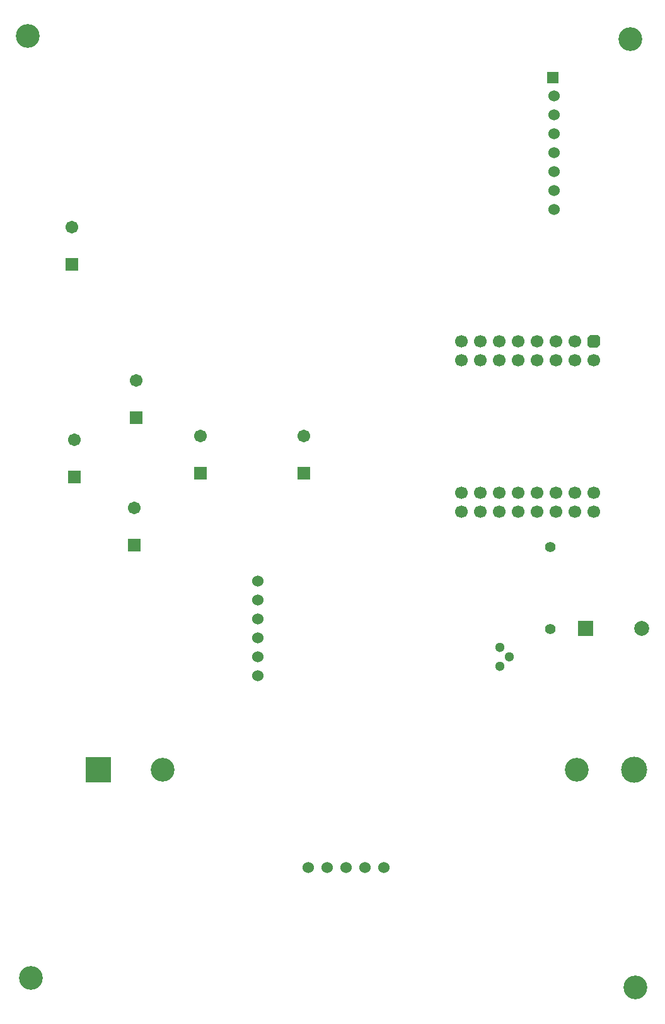
<source format=gbr>
%TF.GenerationSoftware,KiCad,Pcbnew,8.0.4*%
%TF.CreationDate,2024-09-22T22:20:49-05:00*%
%TF.ProjectId,proyecto_doom,70726f79-6563-4746-9f5f-646f6f6d2e6b,rev?*%
%TF.SameCoordinates,Original*%
%TF.FileFunction,Soldermask,Top*%
%TF.FilePolarity,Negative*%
%FSLAX46Y46*%
G04 Gerber Fmt 4.6, Leading zero omitted, Abs format (unit mm)*
G04 Created by KiCad (PCBNEW 8.0.4) date 2024-09-22 22:20:49*
%MOMM*%
%LPD*%
G01*
G04 APERTURE LIST*
G04 Aperture macros list*
%AMRoundRect*
0 Rectangle with rounded corners*
0 $1 Rounding radius*
0 $2 $3 $4 $5 $6 $7 $8 $9 X,Y pos of 4 corners*
0 Add a 4 corners polygon primitive as box body*
4,1,4,$2,$3,$4,$5,$6,$7,$8,$9,$2,$3,0*
0 Add four circle primitives for the rounded corners*
1,1,$1+$1,$2,$3*
1,1,$1+$1,$4,$5*
1,1,$1+$1,$6,$7*
1,1,$1+$1,$8,$9*
0 Add four rect primitives between the rounded corners*
20,1,$1+$1,$2,$3,$4,$5,0*
20,1,$1+$1,$4,$5,$6,$7,0*
20,1,$1+$1,$6,$7,$8,$9,0*
20,1,$1+$1,$8,$9,$2,$3,0*%
%AMFreePoly0*
4,1,19,-0.850000,0.510000,-0.510000,0.850000,0.255000,0.850000,0.408997,0.829726,0.552500,0.770285,0.675729,0.675729,0.770285,0.552500,0.829726,0.408997,0.850000,0.255000,0.850000,-0.510000,0.510000,-0.850000,-0.255000,-0.850000,-0.408997,-0.829726,-0.552500,-0.770285,-0.675729,-0.675729,-0.770285,-0.552500,-0.829726,-0.408997,-0.850000,-0.255000,-0.850000,0.510000,-0.850000,0.510000,
$1*%
G04 Aperture macros list end*
%ADD10RoundRect,0.102000X0.754000X-0.754000X0.754000X0.754000X-0.754000X0.754000X-0.754000X-0.754000X0*%
%ADD11C,1.712000*%
%ADD12C,1.404000*%
%ADD13R,2.000000X2.000000*%
%ADD14C,2.000000*%
%ADD15FreePoly0,270.000000*%
%ADD16C,1.700000*%
%ADD17C,3.200000*%
%ADD18C,1.524000*%
%ADD19C,1.300000*%
%ADD20R,1.524000X1.524000*%
%ADD21R,3.500000X3.500000*%
%ADD22C,3.500000*%
G04 APERTURE END LIST*
D10*
%TO.C,S4*%
X113900000Y-60437500D03*
D11*
X113900000Y-55437500D03*
%TD*%
D10*
%TO.C,S5*%
X122300000Y-98100000D03*
D11*
X122300000Y-93100000D03*
%TD*%
D12*
%TO.C,R1*%
X178200000Y-98400000D03*
X178200000Y-109400000D03*
%TD*%
D10*
%TO.C,S3*%
X145100000Y-88437500D03*
D11*
X145100000Y-83437500D03*
%TD*%
D13*
%TO.C,BZ1*%
X182900000Y-109270000D03*
D14*
X190500000Y-109270000D03*
%TD*%
D10*
%TO.C,S6*%
X122600000Y-81000000D03*
D11*
X122600000Y-76000000D03*
%TD*%
D15*
%TO.C,U1*%
X184045000Y-70787500D03*
D16*
X181505000Y-70787500D03*
X178965000Y-70787500D03*
X176425000Y-70787500D03*
X173885000Y-70787500D03*
X171345000Y-70787500D03*
X168805000Y-70787500D03*
X166265000Y-70787500D03*
X166265000Y-93647500D03*
X168805000Y-93647500D03*
X171345000Y-93647500D03*
X173885000Y-93647500D03*
X176425000Y-93647500D03*
X178965000Y-93647500D03*
X181505000Y-93647500D03*
X184045000Y-93647500D03*
X184045000Y-73327500D03*
X181505000Y-73327500D03*
X178965000Y-73327500D03*
X176425000Y-73327500D03*
X173885000Y-73327500D03*
X171345000Y-73327500D03*
X168805000Y-73327500D03*
X166265000Y-73327500D03*
X166265000Y-91107500D03*
X168805000Y-91107500D03*
X171345000Y-91107500D03*
X173885000Y-91107500D03*
X176425000Y-91107500D03*
X178965000Y-91107500D03*
X181505000Y-91107500D03*
X184045000Y-91107500D03*
%TD*%
D17*
%TO.C,REF\u002A\u002A*%
X189600000Y-157500000D03*
%TD*%
D10*
%TO.C,S2*%
X114300000Y-88937500D03*
D11*
X114300000Y-83937500D03*
%TD*%
D18*
%TO.C,U2*%
X138930000Y-115650000D03*
X138930000Y-113110000D03*
X138930000Y-110570000D03*
X138930000Y-108030000D03*
X138930000Y-105490000D03*
X138930000Y-102950000D03*
%TD*%
D10*
%TO.C,S1*%
X131200000Y-88500000D03*
D11*
X131200000Y-83500000D03*
%TD*%
D17*
%TO.C,REF\u002A\u002A*%
X108000000Y-29800000D03*
%TD*%
D19*
%TO.C,Q1*%
X171400000Y-111860000D03*
X172670000Y-113130000D03*
X171400000Y-114400000D03*
%TD*%
D18*
%TO.C,U3*%
X155815000Y-141340000D03*
X153275000Y-141340000D03*
X150735000Y-141340000D03*
X148195000Y-141340000D03*
X145655000Y-141340000D03*
%TD*%
D17*
%TO.C,REF\u002A\u002A*%
X108400000Y-156200000D03*
%TD*%
%TO.C,REF\u002A\u002A*%
X188900000Y-30200000D03*
%TD*%
D20*
%TO.C,DS1*%
X178545000Y-35360000D03*
D18*
X178705000Y-37820000D03*
X178705000Y-40360000D03*
X178705000Y-42900000D03*
X178705000Y-45440000D03*
X178705000Y-47980000D03*
X178705000Y-50520000D03*
X178705000Y-53060000D03*
%TD*%
D17*
%TO.C,BT1*%
X126110000Y-128270000D03*
X181720000Y-128270000D03*
D21*
X117465000Y-128270000D03*
D22*
X189465000Y-128270000D03*
%TD*%
M02*

</source>
